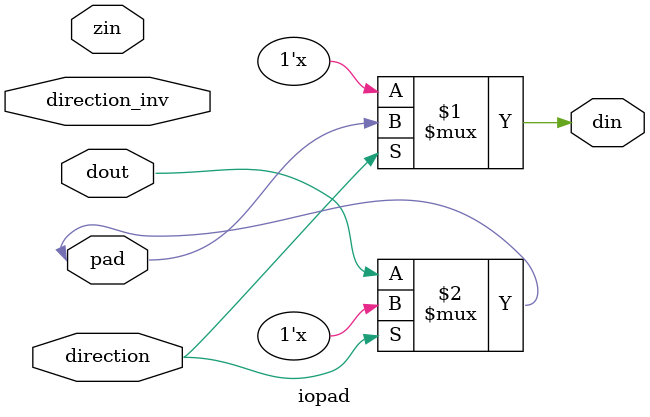
<source format=v>
module iopad(
input zin, // Set output to be Z
input dout, // Data output
output din, // Data input
inout pad, // bi-directional pad
input direction, // enable signal to control direction of iopad
input direction_inv // enable signal to control direction of iopad
);
  //----- when direction enabled, the signal is propagated from pad to din
  assign din = direction ? pad : 1'bz;
  //----- when direction is disabled, the signal is propagated from dout to pad
  assign pad = direction ? 1'bz : dout;
endmodule

</source>
